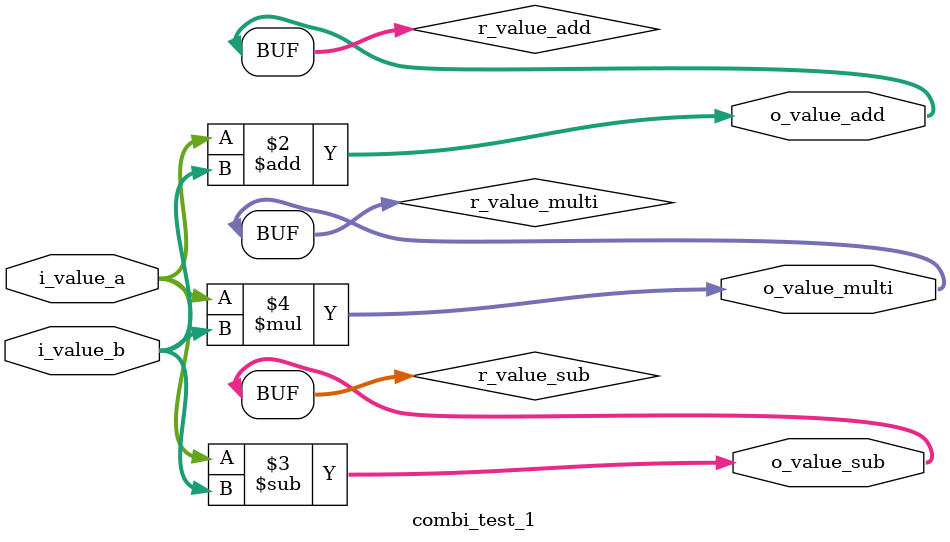
<source format=v>
`timescale 1ns/1ps

module combi_test_1(
    input [7:0] i_value_a,
    input [7:0] i_value_b,

    output [7:0] o_value_add,
    output [7:0] o_value_sub,
    output [7:0] o_value_multi
);
    reg [7:0] r_value_add;
    reg [7:0] r_value_sub;
    reg [7:0] r_value_multi;

    always@(*) begin
        r_value_add = i_value_a + i_value_b;
        r_value_sub = i_value_a - i_value_b;
        r_value_multi = i_value_a * i_value_b;
    end

    assign o_value_add = r_value_add;
    assign o_value_sub = r_value_sub;
    assign o_value_multi = r_value_multi;

endmodule
</source>
